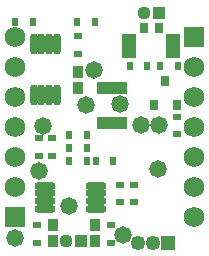
<source format=gbs>
G04*
G04 #@! TF.GenerationSoftware,Altium Limited,Altium Designer,22.2.1 (43)*
G04*
G04 Layer_Color=16711935*
%FSLAX44Y44*%
%MOMM*%
G71*
G04*
G04 #@! TF.SameCoordinates,1728C203-2672-44AB-99B5-9D0C7A82A750*
G04*
G04*
G04 #@! TF.FilePolarity,Negative*
G04*
G01*
G75*
%ADD15R,0.5000X0.8000*%
%ADD17R,0.8000X0.5000*%
%ADD20R,0.7500X0.9000*%
%ADD25C,1.7532*%
%ADD26R,1.7532X1.7532*%
%ADD27R,1.1200X1.1200*%
%ADD28C,1.1200*%
%ADD29C,1.2532*%
%ADD30R,1.2532X1.2532*%
%ADD31C,1.4732*%
%ADD40R,2.6000X1.0000*%
%ADD41R,1.2500X2.0000*%
%ADD42R,0.8000X0.9000*%
%ADD43R,0.9121X1.0578*%
%ADD44O,0.6532X1.8032*%
%ADD45O,1.8032X0.6532*%
D15*
X59055Y76200D02*
D03*
X74055D02*
D03*
X96280D02*
D03*
X81280D02*
D03*
X59055Y86995D02*
D03*
X74055D02*
D03*
X80405Y193675D02*
D03*
X65405D02*
D03*
X59055Y97790D02*
D03*
X74055D02*
D03*
X28335Y193675D02*
D03*
X13335D02*
D03*
X151130Y156210D02*
D03*
X136130D02*
D03*
X110095Y156240D02*
D03*
X125095D02*
D03*
D17*
X31750Y6470D02*
D03*
Y21470D02*
D03*
X44450Y80645D02*
D03*
Y95645D02*
D03*
X113665Y40880D02*
D03*
Y55880D02*
D03*
X66675Y181610D02*
D03*
Y166610D02*
D03*
X101600Y55880D02*
D03*
Y40880D02*
D03*
X93980Y21470D02*
D03*
Y6470D02*
D03*
X33655Y80645D02*
D03*
Y95645D02*
D03*
X150495Y98665D02*
D03*
Y113665D02*
D03*
D20*
X134620Y188595D02*
D03*
X122620D02*
D03*
D25*
X13335Y180975D02*
D03*
Y155575D02*
D03*
Y130175D02*
D03*
Y104775D02*
D03*
Y79375D02*
D03*
Y53975D02*
D03*
X164440Y155575D02*
D03*
Y130175D02*
D03*
Y104775D02*
D03*
Y79375D02*
D03*
Y53975D02*
D03*
Y28575D02*
D03*
D26*
X13335Y28575D02*
D03*
X164440Y180975D02*
D03*
D27*
X68580Y8255D02*
D03*
X134620Y201295D02*
D03*
D28*
X55880Y8255D02*
D03*
X121920Y201295D02*
D03*
D29*
X117475Y6985D02*
D03*
X130175D02*
D03*
D30*
X142875D02*
D03*
D31*
X133985Y69215D02*
D03*
X80126Y152678D02*
D03*
X59055Y38137D02*
D03*
X104818Y13289D02*
D03*
X12700Y10795D02*
D03*
X134620Y106680D02*
D03*
X119380D02*
D03*
X102014Y124331D02*
D03*
X73025Y123190D02*
D03*
X33655Y67945D02*
D03*
X36475Y105535D02*
D03*
D40*
X94979Y138221D02*
D03*
Y108221D02*
D03*
D41*
X109633Y173263D02*
D03*
X147133D02*
D03*
D42*
X140360Y143825D02*
D03*
X130860Y123825D02*
D03*
X149860D02*
D03*
D43*
X80645Y21799D02*
D03*
Y8255D02*
D03*
X66675Y151765D02*
D03*
Y138221D02*
D03*
X45085Y21590D02*
D03*
Y8046D02*
D03*
D44*
X48410Y132260D02*
D03*
X41910D02*
D03*
X35410D02*
D03*
X28910D02*
D03*
X48410Y175260D02*
D03*
X41910D02*
D03*
X35410D02*
D03*
X28910D02*
D03*
D45*
X81280Y55245D02*
D03*
Y48745D02*
D03*
Y42245D02*
D03*
Y35745D02*
D03*
X38280Y55245D02*
D03*
Y48745D02*
D03*
Y42245D02*
D03*
Y35745D02*
D03*
M02*

</source>
